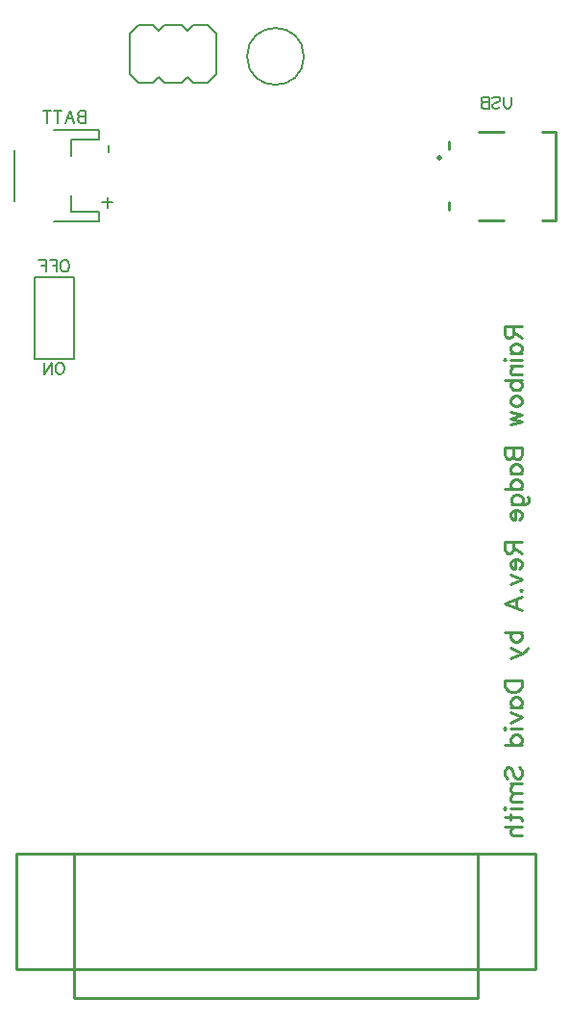
<source format=gbr>
G04 DipTrace 2.4.0.2*
%INBottomSilk.gbr*%
%MOIN*%
%ADD10C,0.0098*%
%ADD13C,0.0197*%
%ADD21C,0.0079*%
%ADD29C,0.005*%
%ADD60C,0.0062*%
%ADD61C,0.0093*%
%FSLAX44Y44*%
G04*
G70*
G90*
G75*
G01*
%LNBotSilk*%
%LPD*%
X19567Y31063D2*
D10*
Y27992D1*
Y31063D2*
X19075D1*
X17744D2*
X16901D1*
X15866Y30709D2*
Y30433D1*
Y28622D2*
Y28347D1*
X16901Y27992D2*
X17744D1*
X19075D2*
X19567D1*
D13*
X15531Y30158D3*
X787Y30414D2*
D29*
Y28642D1*
X2165Y27953D2*
X3740D1*
Y28287D1*
X2756D1*
Y28839D1*
Y30216D2*
Y30768D1*
X3740D1*
Y31102D1*
X2165D1*
X7499Y32760D2*
X7799Y33060D1*
Y34460D1*
X7499Y34760D1*
X6999D1*
X6799Y34560D1*
X6599Y34760D1*
X5999D1*
X5799Y34560D1*
X5599Y34760D1*
X5099D1*
X4799Y34460D1*
Y33060D1*
X5099Y32760D1*
X5599D1*
X5799Y32960D1*
X5999Y32760D1*
X6599D1*
X6799Y32960D1*
X6999Y32760D1*
X7499D1*
X2842Y6043D2*
D10*
X16843D1*
Y2043D1*
X2842D1*
Y6043D1*
X843D2*
X2842D1*
Y2043D1*
X843D1*
Y6043D1*
X16843D2*
X18843D1*
Y2043D1*
X16843D1*
Y6043D1*
X2842Y2043D2*
X16843D1*
Y1043D1*
X2842D1*
Y2043D1*
X2854Y23189D2*
D21*
X1476D1*
Y26024D1*
X2854D1*
Y23189D1*
X8858Y33661D2*
G02X8858Y33661I984J0D01*
G01*
X18025Y32259D2*
D60*
Y31972D1*
X18006Y31915D1*
X17968Y31877D1*
X17910Y31857D1*
X17872D1*
X17815Y31877D1*
X17777Y31915D1*
X17757Y31972D1*
Y32259D1*
X17366Y32202D2*
X17404Y32240D1*
X17462Y32259D1*
X17538D1*
X17596Y32240D1*
X17634Y32202D1*
Y32164D1*
X17615Y32125D1*
X17596Y32106D1*
X17557Y32087D1*
X17443Y32049D1*
X17404Y32030D1*
X17385Y32010D1*
X17366Y31972D1*
Y31915D1*
X17404Y31877D1*
X17462Y31857D1*
X17538D1*
X17596Y31877D1*
X17634Y31915D1*
X17243Y32259D2*
Y31857D1*
X17070D1*
X17013Y31877D1*
X16994Y31896D1*
X16975Y31934D1*
Y31991D1*
X16994Y32030D1*
X17013Y32049D1*
X17070Y32068D1*
X17013Y32087D1*
X16994Y32106D1*
X16975Y32144D1*
Y32183D1*
X16994Y32221D1*
X17013Y32240D1*
X17070Y32259D1*
X17243D1*
Y32068D2*
X17070D1*
X3260Y31767D2*
Y31365D1*
X3088D1*
X3030Y31384D1*
X3011Y31403D1*
X2992Y31441D1*
Y31499D1*
X3011Y31537D1*
X3030Y31556D1*
X3088Y31575D1*
X3030Y31595D1*
X3011Y31614D1*
X2992Y31652D1*
Y31690D1*
X3011Y31728D1*
X3030Y31748D1*
X3088Y31767D1*
X3260D1*
Y31575D2*
X3088D1*
X2562Y31365D2*
X2716Y31767D1*
X2869Y31365D1*
X2811Y31499D2*
X2620D1*
X2305Y31767D2*
Y31365D1*
X2439Y31767D2*
X2171D1*
X1913D2*
Y31365D1*
X2047Y31767D2*
X1779D1*
X2576Y26609D2*
X2614Y26590D1*
X2652Y26552D1*
X2672Y26514D1*
X2691Y26456D1*
Y26360D1*
X2672Y26303D1*
X2652Y26265D1*
X2614Y26227D1*
X2576Y26207D1*
X2499D1*
X2461Y26227D1*
X2423Y26265D1*
X2404Y26303D1*
X2385Y26360D1*
Y26456D1*
X2404Y26514D1*
X2423Y26552D1*
X2461Y26590D1*
X2499Y26609D1*
X2576D1*
X2012D2*
X2261D1*
Y26207D1*
Y26418D2*
X2108D1*
X1640Y26609D2*
X1889D1*
Y26207D1*
Y26418D2*
X1736D1*
X2399Y23053D2*
X2438Y23034D1*
X2476Y22996D1*
X2495Y22958D1*
X2514Y22900D1*
Y22804D1*
X2495Y22747D1*
X2476Y22709D1*
X2438Y22671D1*
X2399Y22651D1*
X2323D1*
X2285Y22671D1*
X2246Y22709D1*
X2227Y22747D1*
X2208Y22804D1*
Y22900D1*
X2227Y22958D1*
X2246Y22996D1*
X2285Y23034D1*
X2323Y23053D1*
X2399D1*
X1817D2*
Y22651D1*
X2085Y23053D1*
Y22651D1*
X4011Y28431D2*
Y28775D1*
X3839Y28603D2*
X4183D1*
X4071Y30347D2*
Y30568D1*
X18075Y24308D2*
D61*
Y24050D1*
X18046Y23964D1*
X18017Y23935D1*
X17960Y23906D1*
X17903D1*
X17846Y23935D1*
X17816Y23964D1*
X17788Y24050D1*
Y24308D1*
X18391D1*
X18075Y24107D2*
X18391Y23906D1*
X17989Y23377D2*
X18391D1*
X18075D2*
X18017Y23434D1*
X17989Y23491D1*
Y23577D1*
X18017Y23635D1*
X18075Y23692D1*
X18161Y23721D1*
X18218D1*
X18305Y23692D1*
X18362Y23635D1*
X18391Y23577D1*
Y23491D1*
X18362Y23434D1*
X18305Y23377D1*
X17788Y23191D2*
X17816Y23163D1*
X17788Y23134D1*
X17759Y23163D1*
X17788Y23191D1*
X17989Y23163D2*
X18391D1*
X17989Y22948D2*
X18391D1*
X18104D2*
X18017Y22862D1*
X17989Y22804D1*
Y22719D1*
X18017Y22661D1*
X18104Y22633D1*
X18391D1*
X17788Y22447D2*
X18391D1*
X18075D2*
X18017Y22390D1*
X17989Y22333D1*
Y22246D1*
X18017Y22189D1*
X18075Y22132D1*
X18161Y22103D1*
X18218D1*
X18305Y22132D1*
X18362Y22189D1*
X18391Y22246D1*
Y22333D1*
X18362Y22390D1*
X18305Y22447D1*
X17989Y21775D2*
X18017Y21832D1*
X18075Y21889D1*
X18161Y21918D1*
X18218D1*
X18305Y21889D1*
X18362Y21832D1*
X18391Y21775D1*
Y21688D1*
X18362Y21631D1*
X18305Y21574D1*
X18218Y21544D1*
X18161D1*
X18075Y21574D1*
X18017Y21631D1*
X17989Y21688D1*
Y21775D1*
Y21359D2*
X18391Y21244D1*
X17989Y21130D1*
X18391Y21015D1*
X17989Y20900D1*
X17788Y20132D2*
X18391D1*
Y19873D1*
X18362Y19787D1*
X18333Y19758D1*
X18276Y19730D1*
X18190D1*
X18132Y19758D1*
X18104Y19787D1*
X18075Y19873D1*
X18046Y19787D1*
X18017Y19758D1*
X17960Y19730D1*
X17903D1*
X17846Y19758D1*
X17816Y19787D1*
X17788Y19873D1*
Y20132D1*
X18075D2*
Y19873D1*
X17989Y19200D2*
X18391D1*
X18075D2*
X18017Y19257D1*
X17989Y19315D1*
Y19401D1*
X18017Y19458D1*
X18075Y19515D1*
X18161Y19545D1*
X18218D1*
X18305Y19515D1*
X18362Y19458D1*
X18391Y19401D1*
Y19315D1*
X18362Y19257D1*
X18305Y19200D1*
X17788Y18671D2*
X18391D1*
X18075D2*
X18017Y18728D1*
X17989Y18786D1*
Y18872D1*
X18017Y18929D1*
X18075Y18987D1*
X18161Y19015D1*
X18218D1*
X18305Y18987D1*
X18362Y18929D1*
X18391Y18872D1*
Y18786D1*
X18362Y18728D1*
X18305Y18671D1*
X18017Y18141D2*
X18477D1*
X18563Y18170D1*
X18592Y18198D1*
X18620Y18256D1*
Y18342D1*
X18592Y18399D1*
X18104Y18141D2*
X18047Y18198D1*
X18017Y18256D1*
Y18342D1*
X18047Y18399D1*
X18104Y18457D1*
X18190Y18486D1*
X18248D1*
X18333Y18457D1*
X18391Y18399D1*
X18419Y18342D1*
Y18256D1*
X18391Y18198D1*
X18333Y18141D1*
X18161Y17956D2*
Y17612D1*
X18104D1*
X18046Y17640D1*
X18017Y17669D1*
X17989Y17727D1*
Y17813D1*
X18017Y17870D1*
X18075Y17928D1*
X18161Y17956D1*
X18218D1*
X18305Y17928D1*
X18362Y17870D1*
X18391Y17813D1*
Y17727D1*
X18362Y17669D1*
X18305Y17612D1*
X18075Y16843D2*
Y16585D1*
X18046Y16499D1*
X18017Y16470D1*
X17960Y16441D1*
X17903D1*
X17846Y16470D1*
X17816Y16499D1*
X17788Y16585D1*
Y16843D1*
X18391D1*
X18075Y16642D2*
X18391Y16441D1*
X18161Y16256D2*
Y15912D1*
X18104D1*
X18046Y15941D1*
X18017Y15969D1*
X17989Y16027D1*
Y16113D1*
X18017Y16170D1*
X18075Y16228D1*
X18161Y16256D1*
X18218D1*
X18305Y16228D1*
X18362Y16170D1*
X18391Y16113D1*
Y16027D1*
X18362Y15969D1*
X18305Y15912D1*
X17989Y15727D2*
X18391Y15554D1*
X17989Y15383D1*
X18333Y15169D2*
X18362Y15197D1*
X18391Y15169D1*
X18362Y15140D1*
X18333Y15169D1*
X18391Y14495D2*
X17788Y14725D1*
X18391Y14954D1*
X18190Y14868D2*
Y14581D1*
X17788Y13726D2*
X18391D1*
X18075D2*
X18017Y13668D1*
X17989Y13611D1*
Y13525D1*
X18017Y13468D1*
X18075Y13410D1*
X18161Y13382D1*
X18218D1*
X18305Y13410D1*
X18362Y13468D1*
X18391Y13525D1*
Y13611D1*
X18362Y13668D1*
X18305Y13726D1*
X17989Y13167D2*
X18391Y12996D1*
X18506Y13053D1*
X18563Y13110D1*
X18592Y13167D1*
Y13197D1*
X17989Y12823D2*
X18391Y12996D1*
X17788Y12055D2*
X18391D1*
Y11854D1*
X18362Y11768D1*
X18305Y11710D1*
X18247Y11681D1*
X18161Y11653D1*
X18017D1*
X17931Y11681D1*
X17874Y11710D1*
X17816Y11768D1*
X17788Y11854D1*
Y12055D1*
X17989Y11123D2*
X18391D1*
X18075D2*
X18017Y11180D1*
X17989Y11238D1*
Y11324D1*
X18017Y11381D1*
X18075Y11438D1*
X18161Y11468D1*
X18218D1*
X18305Y11438D1*
X18362Y11381D1*
X18391Y11324D1*
Y11238D1*
X18362Y11180D1*
X18305Y11123D1*
X17989Y10938D2*
X18391Y10766D1*
X17989Y10594D1*
X17788Y10409D2*
X17816Y10380D1*
X17788Y10351D1*
X17759Y10380D1*
X17788Y10409D1*
X17989Y10380D2*
X18391D1*
X17788Y9821D2*
X18391D1*
X18075D2*
X18017Y9878D1*
X17989Y9936D1*
Y10022D1*
X18017Y10079D1*
X18075Y10137D1*
X18161Y10166D1*
X18218D1*
X18305Y10137D1*
X18362Y10079D1*
X18391Y10022D1*
Y9936D1*
X18362Y9878D1*
X18305Y9821D1*
X17874Y8651D2*
X17816Y8708D1*
X17788Y8794D1*
Y8909D1*
X17816Y8995D1*
X17874Y9053D1*
X17931D1*
X17989Y9024D1*
X18017Y8995D1*
X18046Y8938D1*
X18104Y8766D1*
X18132Y8708D1*
X18161Y8680D1*
X18218Y8651D1*
X18305D1*
X18362Y8708D1*
X18391Y8794D1*
Y8909D1*
X18362Y8995D1*
X18305Y9053D1*
X17989Y8466D2*
X18391D1*
X18104D2*
X18017Y8380D1*
X17989Y8322D1*
Y8236D1*
X18017Y8179D1*
X18104Y8150D1*
X18391D1*
X18104D2*
X18017Y8064D1*
X17989Y8006D1*
Y7921D1*
X18017Y7863D1*
X18104Y7834D1*
X18391D1*
X17788Y7648D2*
X17816Y7620D1*
X17788Y7591D1*
X17759Y7620D1*
X17788Y7648D1*
X17989Y7620D2*
X18391D1*
X17788Y7319D2*
X18276D1*
X18362Y7291D1*
X18391Y7233D1*
Y7176D1*
X17989Y7405D2*
Y7204D1*
X17788Y6991D2*
X18391D1*
X18104D2*
X18017Y6904D1*
X17989Y6847D1*
Y6761D1*
X18017Y6704D1*
X18104Y6675D1*
X18391D1*
M02*

</source>
